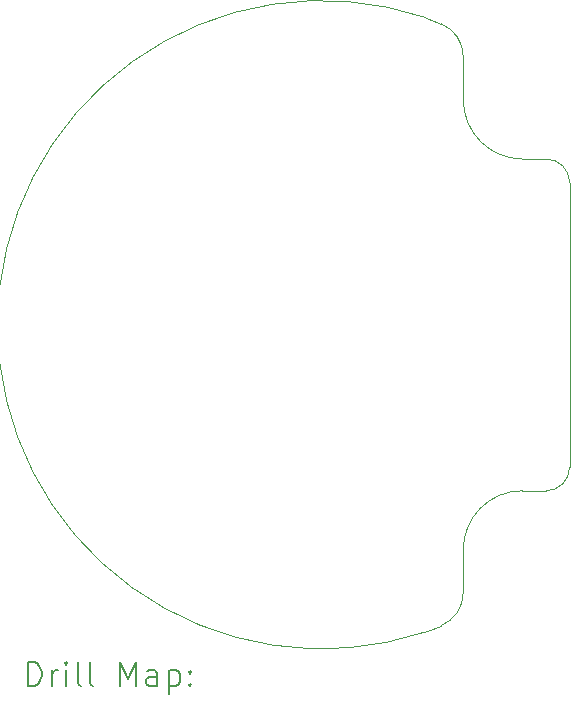
<source format=gbr>
%TF.GenerationSoftware,KiCad,Pcbnew,7.0.8-7.0.8~ubuntu22.04.1*%
%TF.CreationDate,2023-10-24T23:54:45-07:00*%
%TF.ProjectId,tentacle-board,74656e74-6163-46c6-952d-626f6172642e,REV1*%
%TF.SameCoordinates,Original*%
%TF.FileFunction,Drillmap*%
%TF.FilePolarity,Positive*%
%FSLAX45Y45*%
G04 Gerber Fmt 4.5, Leading zero omitted, Abs format (unit mm)*
G04 Created by KiCad (PCBNEW 7.0.8-7.0.8~ubuntu22.04.1) date 2023-10-24 23:54:45*
%MOMM*%
%LPD*%
G01*
G04 APERTURE LIST*
%ADD10C,0.050000*%
%ADD11C,0.200000*%
G04 APERTURE END LIST*
D10*
X13074000Y-7465000D02*
X13074000Y-7099257D01*
X13073020Y-11274550D02*
X13073020Y-11638640D01*
X12882879Y-11917801D02*
G75*
G03*
X13073020Y-11638640I-109859J279161D01*
G01*
X13974000Y-10574775D02*
X13974000Y-8165000D01*
X13774000Y-7965000D02*
X13574000Y-7965000D01*
X12882879Y-11917801D02*
X12743250Y-11972750D01*
X13573581Y-10774550D02*
G75*
G03*
X13073020Y-11274550I-562J-500000D01*
G01*
X12744000Y-6765000D02*
G75*
G03*
X12743250Y-11972750I-868750J-2603750D01*
G01*
X13073993Y-7099257D02*
G75*
G03*
X12883957Y-6820135I-299993J7D01*
G01*
X12883957Y-6820135D02*
X12744000Y-6765000D01*
X13074000Y-7465000D02*
G75*
G03*
X13574000Y-7965000I500000J0D01*
G01*
X13974000Y-8165000D02*
G75*
G03*
X13774000Y-7965000I-200000J0D01*
G01*
X13773775Y-10774770D02*
G75*
G03*
X13974000Y-10574775I235J199990D01*
G01*
X13773775Y-10774775D02*
X13573581Y-10774550D01*
D11*
X9388670Y-12427591D02*
X9388670Y-12227591D01*
X9388670Y-12227591D02*
X9436289Y-12227591D01*
X9436289Y-12227591D02*
X9464860Y-12237115D01*
X9464860Y-12237115D02*
X9483908Y-12256162D01*
X9483908Y-12256162D02*
X9493432Y-12275210D01*
X9493432Y-12275210D02*
X9502955Y-12313305D01*
X9502955Y-12313305D02*
X9502955Y-12341877D01*
X9502955Y-12341877D02*
X9493432Y-12379972D01*
X9493432Y-12379972D02*
X9483908Y-12399019D01*
X9483908Y-12399019D02*
X9464860Y-12418067D01*
X9464860Y-12418067D02*
X9436289Y-12427591D01*
X9436289Y-12427591D02*
X9388670Y-12427591D01*
X9588670Y-12427591D02*
X9588670Y-12294257D01*
X9588670Y-12332353D02*
X9598194Y-12313305D01*
X9598194Y-12313305D02*
X9607717Y-12303781D01*
X9607717Y-12303781D02*
X9626765Y-12294257D01*
X9626765Y-12294257D02*
X9645813Y-12294257D01*
X9712479Y-12427591D02*
X9712479Y-12294257D01*
X9712479Y-12227591D02*
X9702955Y-12237115D01*
X9702955Y-12237115D02*
X9712479Y-12246638D01*
X9712479Y-12246638D02*
X9722003Y-12237115D01*
X9722003Y-12237115D02*
X9712479Y-12227591D01*
X9712479Y-12227591D02*
X9712479Y-12246638D01*
X9836289Y-12427591D02*
X9817241Y-12418067D01*
X9817241Y-12418067D02*
X9807717Y-12399019D01*
X9807717Y-12399019D02*
X9807717Y-12227591D01*
X9941051Y-12427591D02*
X9922003Y-12418067D01*
X9922003Y-12418067D02*
X9912479Y-12399019D01*
X9912479Y-12399019D02*
X9912479Y-12227591D01*
X10169622Y-12427591D02*
X10169622Y-12227591D01*
X10169622Y-12227591D02*
X10236289Y-12370448D01*
X10236289Y-12370448D02*
X10302955Y-12227591D01*
X10302955Y-12227591D02*
X10302955Y-12427591D01*
X10483908Y-12427591D02*
X10483908Y-12322829D01*
X10483908Y-12322829D02*
X10474384Y-12303781D01*
X10474384Y-12303781D02*
X10455336Y-12294257D01*
X10455336Y-12294257D02*
X10417241Y-12294257D01*
X10417241Y-12294257D02*
X10398194Y-12303781D01*
X10483908Y-12418067D02*
X10464860Y-12427591D01*
X10464860Y-12427591D02*
X10417241Y-12427591D01*
X10417241Y-12427591D02*
X10398194Y-12418067D01*
X10398194Y-12418067D02*
X10388670Y-12399019D01*
X10388670Y-12399019D02*
X10388670Y-12379972D01*
X10388670Y-12379972D02*
X10398194Y-12360924D01*
X10398194Y-12360924D02*
X10417241Y-12351400D01*
X10417241Y-12351400D02*
X10464860Y-12351400D01*
X10464860Y-12351400D02*
X10483908Y-12341877D01*
X10579146Y-12294257D02*
X10579146Y-12494257D01*
X10579146Y-12303781D02*
X10598194Y-12294257D01*
X10598194Y-12294257D02*
X10636289Y-12294257D01*
X10636289Y-12294257D02*
X10655336Y-12303781D01*
X10655336Y-12303781D02*
X10664860Y-12313305D01*
X10664860Y-12313305D02*
X10674384Y-12332353D01*
X10674384Y-12332353D02*
X10674384Y-12389496D01*
X10674384Y-12389496D02*
X10664860Y-12408543D01*
X10664860Y-12408543D02*
X10655336Y-12418067D01*
X10655336Y-12418067D02*
X10636289Y-12427591D01*
X10636289Y-12427591D02*
X10598194Y-12427591D01*
X10598194Y-12427591D02*
X10579146Y-12418067D01*
X10760098Y-12408543D02*
X10769622Y-12418067D01*
X10769622Y-12418067D02*
X10760098Y-12427591D01*
X10760098Y-12427591D02*
X10750575Y-12418067D01*
X10750575Y-12418067D02*
X10760098Y-12408543D01*
X10760098Y-12408543D02*
X10760098Y-12427591D01*
X10760098Y-12303781D02*
X10769622Y-12313305D01*
X10769622Y-12313305D02*
X10760098Y-12322829D01*
X10760098Y-12322829D02*
X10750575Y-12313305D01*
X10750575Y-12313305D02*
X10760098Y-12303781D01*
X10760098Y-12303781D02*
X10760098Y-12322829D01*
M02*

</source>
